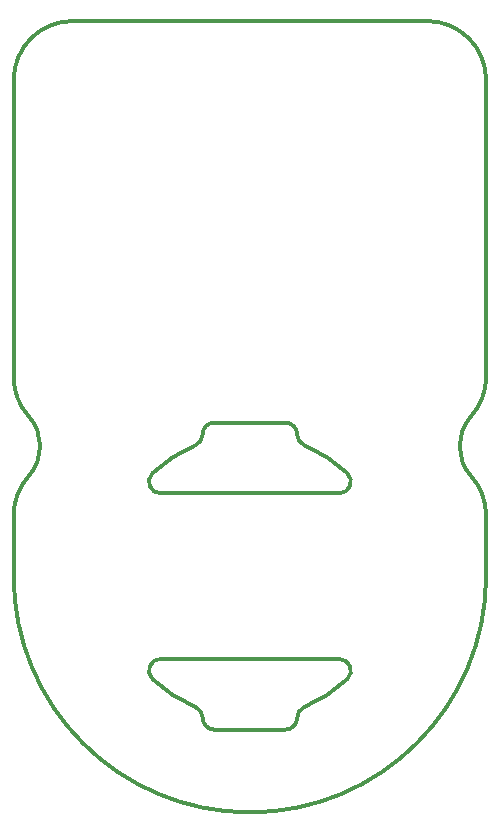
<source format=gbr>
%TF.GenerationSoftware,KiCad,Pcbnew,8.0.3*%
%TF.CreationDate,2024-09-22T18:07:20+10:00*%
%TF.ProjectId,ChatterBox,43686174-7465-4724-926f-782e6b696361,rev?*%
%TF.SameCoordinates,Original*%
%TF.FileFunction,Profile,NP*%
%FSLAX46Y46*%
G04 Gerber Fmt 4.6, Leading zero omitted, Abs format (unit mm)*
G04 Created by KiCad (PCBNEW 8.0.3) date 2024-09-22 18:07:20*
%MOMM*%
%LPD*%
G01*
G04 APERTURE LIST*
%TA.AperFunction,Profile*%
%ADD10C,0.300000*%
%TD*%
G04 APERTURE END LIST*
D10*
X15000000Y27000000D02*
X-15000001Y27000000D01*
X18714286Y-11510438D02*
G75*
G02*
X19999999Y-14848214I-3714286J-3347262D01*
G01*
X20000000Y-3142290D02*
X20000000Y22000000D01*
X18714286Y-11510438D02*
G75*
G02*
X18714286Y-6489563I2785714J2510438D01*
G01*
X20000000Y-20000000D02*
G75*
G02*
X-20000000Y-20000000I-20000000J0D01*
G01*
X-18714286Y-6489563D02*
G75*
G02*
X-20000000Y-3142313I3714287J3347250D01*
G01*
X-20000000Y-14857689D02*
G75*
G02*
X-18714286Y-11510438I5000001J1D01*
G01*
X20000000Y-3142290D02*
G75*
G02*
X18714288Y-6489565I-5000070J0D01*
G01*
X-20000000Y22000000D02*
X-20000000Y-3142313D01*
X15000000Y27000000D02*
G75*
G02*
X20000000Y22000000I0J-5000000D01*
G01*
X20000000Y-20000000D02*
X20000000Y-14848214D01*
X-20000000Y22000000D02*
G75*
G02*
X-15000001Y27000000I5000000J0D01*
G01*
X-20000000Y-14857689D02*
X-20000000Y-20000000D01*
X-18714286Y-6489563D02*
G75*
G02*
X-18714286Y-11510438I-2785713J-2510437D01*
G01*
%TO.C,SW1*%
X-7549835Y-27000000D02*
X7549830Y-27000000D01*
X-3000001Y-7000000D02*
X3000000Y-7000000D01*
X3000000Y-33000000D02*
X-3000001Y-33000000D01*
X7549830Y-13000000D02*
X-7549834Y-13000000D01*
X-8236183Y-11272727D02*
G75*
G02*
X-4615385Y-8923077I8236181J-8727271D01*
G01*
X-8236183Y-28727273D02*
G75*
G02*
X-7549835Y-27000000I686349J727273D01*
G01*
X-7549834Y-13000000D02*
G75*
G02*
X-8236183Y-11272727I0J1000000D01*
G01*
X-4615385Y-31076923D02*
G75*
G02*
X-8236183Y-28727273I4615383J11076921D01*
G01*
X-4615385Y-31076923D02*
G75*
G02*
X-4000000Y-32000000I-384617J-923078D01*
G01*
X-4000000Y-8000000D02*
G75*
G02*
X-4615385Y-8923077I-1000002J1D01*
G01*
X-4000000Y-8000000D02*
G75*
G02*
X-3000001Y-7000000I999999J1D01*
G01*
X-3000001Y-33000000D02*
G75*
G02*
X-4000000Y-32000000I0J999999D01*
G01*
X3000000Y-7000000D02*
G75*
G02*
X4000000Y-8000000I0J-1000000D01*
G01*
X4000000Y-32000000D02*
G75*
G02*
X3000000Y-33000000I-1000000J0D01*
G01*
X4000000Y-32000000D02*
G75*
G02*
X4615385Y-31076923I1000000J0D01*
G01*
X4615385Y-8923077D02*
G75*
G02*
X4000000Y-8000000I384615J923077D01*
G01*
X4615385Y-8923077D02*
G75*
G02*
X8236183Y-11272727I-4615385J-11076923D01*
G01*
X7549830Y-27000000D02*
G75*
G02*
X8236181Y-28727271I0J-1000000D01*
G01*
X8236183Y-11272727D02*
G75*
G02*
X7549830Y-13000003I-686353J-727273D01*
G01*
X8236183Y-28727273D02*
G75*
G02*
X4615385Y-31076923I-8236183J8727273D01*
G01*
%TD*%
M02*

</source>
